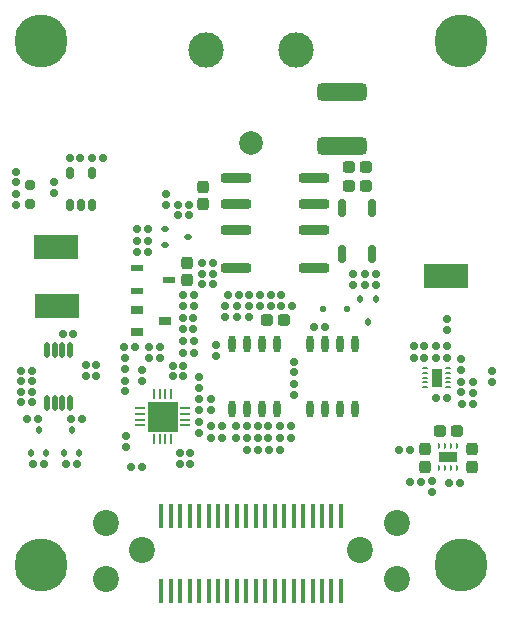
<source format=gts>
G04*
G04 #@! TF.GenerationSoftware,Altium Limited,Altium Designer,19.1.8 (144)*
G04*
G04 Layer_Color=8388736*
%FSLAX25Y25*%
%MOIN*%
G70*
G01*
G75*
G04:AMPARAMS|DCode=18|XSize=149.61mil|YSize=79.92mil|CornerRadius=4mil|HoleSize=0mil|Usage=FLASHONLY|Rotation=180.000|XOffset=0mil|YOffset=0mil|HoleType=Round|Shape=RoundedRectangle|*
%AMROUNDEDRECTD18*
21,1,0.14961,0.07193,0,0,180.0*
21,1,0.14161,0.07992,0,0,180.0*
1,1,0.00799,-0.07081,0.03597*
1,1,0.00799,0.07081,0.03597*
1,1,0.00799,0.07081,-0.03597*
1,1,0.00799,-0.07081,-0.03597*
%
%ADD18ROUNDEDRECTD18*%
G04:AMPARAMS|DCode=19|XSize=23.62mil|YSize=23.62mil|CornerRadius=5.91mil|HoleSize=0mil|Usage=FLASHONLY|Rotation=180.000|XOffset=0mil|YOffset=0mil|HoleType=Round|Shape=RoundedRectangle|*
%AMROUNDEDRECTD19*
21,1,0.02362,0.01181,0,0,180.0*
21,1,0.01181,0.02362,0,0,180.0*
1,1,0.01181,-0.00591,0.00591*
1,1,0.01181,0.00591,0.00591*
1,1,0.01181,0.00591,-0.00591*
1,1,0.01181,-0.00591,-0.00591*
%
%ADD19ROUNDEDRECTD19*%
G04:AMPARAMS|DCode=20|XSize=23.62mil|YSize=23.62mil|CornerRadius=5.91mil|HoleSize=0mil|Usage=FLASHONLY|Rotation=90.000|XOffset=0mil|YOffset=0mil|HoleType=Round|Shape=RoundedRectangle|*
%AMROUNDEDRECTD20*
21,1,0.02362,0.01181,0,0,90.0*
21,1,0.01181,0.02362,0,0,90.0*
1,1,0.01181,0.00591,0.00591*
1,1,0.01181,0.00591,-0.00591*
1,1,0.01181,-0.00591,-0.00591*
1,1,0.01181,-0.00591,0.00591*
%
%ADD20ROUNDEDRECTD20*%
G04:AMPARAMS|DCode=21|XSize=25.2mil|YSize=25.2mil|CornerRadius=6.3mil|HoleSize=0mil|Usage=FLASHONLY|Rotation=90.000|XOffset=0mil|YOffset=0mil|HoleType=Round|Shape=RoundedRectangle|*
%AMROUNDEDRECTD21*
21,1,0.02520,0.01260,0,0,90.0*
21,1,0.01260,0.02520,0,0,90.0*
1,1,0.01260,0.00630,0.00630*
1,1,0.01260,0.00630,-0.00630*
1,1,0.01260,-0.00630,-0.00630*
1,1,0.01260,-0.00630,0.00630*
%
%ADD21ROUNDEDRECTD21*%
G04:AMPARAMS|DCode=22|XSize=7.87mil|YSize=19.68mil|CornerRadius=1.97mil|HoleSize=0mil|Usage=FLASHONLY|Rotation=90.000|XOffset=0mil|YOffset=0mil|HoleType=Round|Shape=RoundedRectangle|*
%AMROUNDEDRECTD22*
21,1,0.00787,0.01575,0,0,90.0*
21,1,0.00394,0.01968,0,0,90.0*
1,1,0.00394,0.00787,0.00197*
1,1,0.00394,0.00787,-0.00197*
1,1,0.00394,-0.00787,-0.00197*
1,1,0.00394,-0.00787,0.00197*
%
%ADD22ROUNDEDRECTD22*%
G04:AMPARAMS|DCode=23|XSize=59.06mil|YSize=35.43mil|CornerRadius=1.77mil|HoleSize=0mil|Usage=FLASHONLY|Rotation=90.000|XOffset=0mil|YOffset=0mil|HoleType=Round|Shape=RoundedRectangle|*
%AMROUNDEDRECTD23*
21,1,0.05906,0.03189,0,0,90.0*
21,1,0.05551,0.03543,0,0,90.0*
1,1,0.00354,0.01595,0.02776*
1,1,0.00354,0.01595,-0.02776*
1,1,0.00354,-0.01595,-0.02776*
1,1,0.00354,-0.01595,0.02776*
%
%ADD23ROUNDEDRECTD23*%
G04:AMPARAMS|DCode=24|XSize=25.2mil|YSize=25.2mil|CornerRadius=6.3mil|HoleSize=0mil|Usage=FLASHONLY|Rotation=180.000|XOffset=0mil|YOffset=0mil|HoleType=Round|Shape=RoundedRectangle|*
%AMROUNDEDRECTD24*
21,1,0.02520,0.01260,0,0,180.0*
21,1,0.01260,0.02520,0,0,180.0*
1,1,0.01260,-0.00630,0.00630*
1,1,0.01260,0.00630,0.00630*
1,1,0.01260,0.00630,-0.00630*
1,1,0.01260,-0.00630,-0.00630*
%
%ADD24ROUNDEDRECTD24*%
G04:AMPARAMS|DCode=25|XSize=37.4mil|YSize=41.34mil|CornerRadius=9.35mil|HoleSize=0mil|Usage=FLASHONLY|Rotation=270.000|XOffset=0mil|YOffset=0mil|HoleType=Round|Shape=RoundedRectangle|*
%AMROUNDEDRECTD25*
21,1,0.03740,0.02264,0,0,270.0*
21,1,0.01870,0.04134,0,0,270.0*
1,1,0.01870,-0.01132,-0.00935*
1,1,0.01870,-0.01132,0.00935*
1,1,0.01870,0.01132,0.00935*
1,1,0.01870,0.01132,-0.00935*
%
%ADD25ROUNDEDRECTD25*%
G04:AMPARAMS|DCode=26|XSize=9.84mil|YSize=19.68mil|CornerRadius=2.46mil|HoleSize=0mil|Usage=FLASHONLY|Rotation=0.000|XOffset=0mil|YOffset=0mil|HoleType=Round|Shape=RoundedRectangle|*
%AMROUNDEDRECTD26*
21,1,0.00984,0.01476,0,0,0.0*
21,1,0.00492,0.01968,0,0,0.0*
1,1,0.00492,0.00246,-0.00738*
1,1,0.00492,-0.00246,-0.00738*
1,1,0.00492,-0.00246,0.00738*
1,1,0.00492,0.00246,0.00738*
%
%ADD26ROUNDEDRECTD26*%
G04:AMPARAMS|DCode=27|XSize=37.4mil|YSize=41.34mil|CornerRadius=9.35mil|HoleSize=0mil|Usage=FLASHONLY|Rotation=180.000|XOffset=0mil|YOffset=0mil|HoleType=Round|Shape=RoundedRectangle|*
%AMROUNDEDRECTD27*
21,1,0.03740,0.02264,0,0,180.0*
21,1,0.01870,0.04134,0,0,180.0*
1,1,0.01870,-0.00935,0.01132*
1,1,0.01870,0.00935,0.01132*
1,1,0.01870,0.00935,-0.01132*
1,1,0.01870,-0.00935,-0.01132*
%
%ADD27ROUNDEDRECTD27*%
%ADD28O,0.03347X0.00984*%
%ADD29O,0.00984X0.03347*%
%ADD30O,0.02362X0.05709*%
G04:AMPARAMS|DCode=31|XSize=31.5mil|YSize=31.5mil|CornerRadius=7.87mil|HoleSize=0mil|Usage=FLASHONLY|Rotation=90.000|XOffset=0mil|YOffset=0mil|HoleType=Round|Shape=RoundedRectangle|*
%AMROUNDEDRECTD31*
21,1,0.03150,0.01575,0,0,90.0*
21,1,0.01575,0.03150,0,0,90.0*
1,1,0.01575,0.00787,0.00787*
1,1,0.01575,0.00787,-0.00787*
1,1,0.01575,-0.00787,-0.00787*
1,1,0.01575,-0.00787,0.00787*
%
%ADD31ROUNDEDRECTD31*%
G04:AMPARAMS|DCode=32|XSize=23.62mil|YSize=39.37mil|CornerRadius=5.91mil|HoleSize=0mil|Usage=FLASHONLY|Rotation=180.000|XOffset=0mil|YOffset=0mil|HoleType=Round|Shape=RoundedRectangle|*
%AMROUNDEDRECTD32*
21,1,0.02362,0.02756,0,0,180.0*
21,1,0.01181,0.03937,0,0,180.0*
1,1,0.01181,-0.00591,0.01378*
1,1,0.01181,0.00591,0.01378*
1,1,0.01181,0.00591,-0.01378*
1,1,0.01181,-0.00591,-0.01378*
%
%ADD32ROUNDEDRECTD32*%
%ADD33O,0.01968X0.05315*%
G04:AMPARAMS|DCode=34|XSize=18.5mil|YSize=23.62mil|CornerRadius=4.63mil|HoleSize=0mil|Usage=FLASHONLY|Rotation=0.000|XOffset=0mil|YOffset=0mil|HoleType=Round|Shape=RoundedRectangle|*
%AMROUNDEDRECTD34*
21,1,0.01850,0.01437,0,0,0.0*
21,1,0.00925,0.02362,0,0,0.0*
1,1,0.00925,0.00463,-0.00719*
1,1,0.00925,-0.00463,-0.00719*
1,1,0.00925,-0.00463,0.00719*
1,1,0.00925,0.00463,0.00719*
%
%ADD34ROUNDEDRECTD34*%
%ADD35R,0.03937X0.02559*%
%ADD36R,0.03937X0.02362*%
G04:AMPARAMS|DCode=37|XSize=18.5mil|YSize=23.62mil|CornerRadius=4.63mil|HoleSize=0mil|Usage=FLASHONLY|Rotation=270.000|XOffset=0mil|YOffset=0mil|HoleType=Round|Shape=RoundedRectangle|*
%AMROUNDEDRECTD37*
21,1,0.01850,0.01437,0,0,270.0*
21,1,0.00925,0.02362,0,0,270.0*
1,1,0.00925,-0.00719,-0.00463*
1,1,0.00925,-0.00719,0.00463*
1,1,0.00925,0.00719,0.00463*
1,1,0.00925,0.00719,-0.00463*
%
%ADD37ROUNDEDRECTD37*%
G04:AMPARAMS|DCode=38|XSize=31.5mil|YSize=100.79mil|CornerRadius=7.87mil|HoleSize=0mil|Usage=FLASHONLY|Rotation=90.000|XOffset=0mil|YOffset=0mil|HoleType=Round|Shape=RoundedRectangle|*
%AMROUNDEDRECTD38*
21,1,0.03150,0.08504,0,0,90.0*
21,1,0.01575,0.10079,0,0,90.0*
1,1,0.01575,0.04252,0.00787*
1,1,0.01575,0.04252,-0.00787*
1,1,0.01575,-0.04252,-0.00787*
1,1,0.01575,-0.04252,0.00787*
%
%ADD38ROUNDEDRECTD38*%
G04:AMPARAMS|DCode=39|XSize=23.23mil|YSize=17.72mil|CornerRadius=4.43mil|HoleSize=0mil|Usage=FLASHONLY|Rotation=0.000|XOffset=0mil|YOffset=0mil|HoleType=Round|Shape=RoundedRectangle|*
%AMROUNDEDRECTD39*
21,1,0.02323,0.00886,0,0,0.0*
21,1,0.01437,0.01772,0,0,0.0*
1,1,0.00886,0.00719,-0.00443*
1,1,0.00886,-0.00719,-0.00443*
1,1,0.00886,-0.00719,0.00443*
1,1,0.00886,0.00719,0.00443*
%
%ADD39ROUNDEDRECTD39*%
G04:AMPARAMS|DCode=40|XSize=23.62mil|YSize=60.63mil|CornerRadius=5.91mil|HoleSize=0mil|Usage=FLASHONLY|Rotation=0.000|XOffset=0mil|YOffset=0mil|HoleType=Round|Shape=RoundedRectangle|*
%AMROUNDEDRECTD40*
21,1,0.02362,0.04882,0,0,0.0*
21,1,0.01181,0.06063,0,0,0.0*
1,1,0.01181,0.00591,-0.02441*
1,1,0.01181,-0.00591,-0.02441*
1,1,0.01181,-0.00591,0.02441*
1,1,0.01181,0.00591,0.02441*
%
%ADD40ROUNDEDRECTD40*%
G04:AMPARAMS|DCode=41|XSize=59.06mil|YSize=165.35mil|CornerRadius=14.76mil|HoleSize=0mil|Usage=FLASHONLY|Rotation=90.000|XOffset=0mil|YOffset=0mil|HoleType=Round|Shape=RoundedRectangle|*
%AMROUNDEDRECTD41*
21,1,0.05906,0.13583,0,0,90.0*
21,1,0.02953,0.16535,0,0,90.0*
1,1,0.02953,0.06791,0.01476*
1,1,0.02953,0.06791,-0.01476*
1,1,0.02953,-0.06791,-0.01476*
1,1,0.02953,-0.06791,0.01476*
%
%ADD41ROUNDEDRECTD41*%
G04:AMPARAMS|DCode=42|XSize=15.75mil|YSize=82.68mil|CornerRadius=3.94mil|HoleSize=0mil|Usage=FLASHONLY|Rotation=0.000|XOffset=0mil|YOffset=0mil|HoleType=Round|Shape=RoundedRectangle|*
%AMROUNDEDRECTD42*
21,1,0.01575,0.07480,0,0,0.0*
21,1,0.00787,0.08268,0,0,0.0*
1,1,0.00787,0.00394,-0.03740*
1,1,0.00787,-0.00394,-0.03740*
1,1,0.00787,-0.00394,0.03740*
1,1,0.00787,0.00394,0.03740*
%
%ADD42ROUNDEDRECTD42*%
G04:AMPARAMS|DCode=43|XSize=62.99mil|YSize=35.43mil|CornerRadius=1.77mil|HoleSize=0mil|Usage=FLASHONLY|Rotation=0.000|XOffset=0mil|YOffset=0mil|HoleType=Round|Shape=RoundedRectangle|*
%AMROUNDEDRECTD43*
21,1,0.06299,0.03189,0,0,0.0*
21,1,0.05945,0.03543,0,0,0.0*
1,1,0.00354,0.02972,-0.01595*
1,1,0.00354,-0.02972,-0.01595*
1,1,0.00354,-0.02972,0.01595*
1,1,0.00354,0.02972,0.01595*
%
%ADD43ROUNDEDRECTD43*%
G04:AMPARAMS|DCode=44|XSize=102.36mil|YSize=102.36mil|CornerRadius=2.56mil|HoleSize=0mil|Usage=FLASHONLY|Rotation=180.000|XOffset=0mil|YOffset=0mil|HoleType=Round|Shape=RoundedRectangle|*
%AMROUNDEDRECTD44*
21,1,0.10236,0.09724,0,0,180.0*
21,1,0.09724,0.10236,0,0,180.0*
1,1,0.00512,-0.04862,0.04862*
1,1,0.00512,0.04862,0.04862*
1,1,0.00512,0.04862,-0.04862*
1,1,0.00512,-0.04862,-0.04862*
%
%ADD44ROUNDEDRECTD44*%
%ADD45C,0.07874*%
%ADD46C,0.11811*%
%ADD47C,0.17717*%
%ADD48C,0.08661*%
D18*
X20079Y121260D02*
D03*
X150000Y111417D02*
D03*
X20472Y101575D02*
D03*
D19*
X150394Y97047D02*
D03*
Y93504D02*
D03*
X165354Y79724D02*
D03*
Y76181D02*
D03*
X155118Y76181D02*
D03*
Y72638D02*
D03*
X145276Y43110D02*
D03*
Y39567D02*
D03*
X67716Y62795D02*
D03*
Y59252D02*
D03*
X42913Y84055D02*
D03*
Y80512D02*
D03*
Y76575D02*
D03*
Y73032D02*
D03*
X48819Y80118D02*
D03*
Y76575D02*
D03*
X65748Y97441D02*
D03*
Y93898D02*
D03*
X62205Y93898D02*
D03*
Y97441D02*
D03*
X6693Y138779D02*
D03*
Y135236D02*
D03*
Y146260D02*
D03*
Y142717D02*
D03*
X33465Y78150D02*
D03*
Y81693D02*
D03*
X29921Y81693D02*
D03*
Y78150D02*
D03*
X56693Y138779D02*
D03*
Y135236D02*
D03*
X64173D02*
D03*
Y131693D02*
D03*
X60630Y131693D02*
D03*
Y135236D02*
D03*
X99213Y75394D02*
D03*
Y71850D02*
D03*
X118898Y108465D02*
D03*
Y112008D02*
D03*
D20*
X150197Y88189D02*
D03*
X146653D02*
D03*
X139173Y84252D02*
D03*
X142717D02*
D03*
X139173Y88189D02*
D03*
X142717D02*
D03*
X155315Y68898D02*
D03*
X158858D02*
D03*
X137992Y42913D02*
D03*
X141535D02*
D03*
X134449Y53543D02*
D03*
X137992D02*
D03*
X91535Y105118D02*
D03*
X95079D02*
D03*
X87992D02*
D03*
X84449D02*
D03*
X95079Y101575D02*
D03*
X98622D02*
D03*
X87992D02*
D03*
X91535D02*
D03*
X80905Y105118D02*
D03*
X77362D02*
D03*
X64764Y52362D02*
D03*
X61221D02*
D03*
X61221Y48819D02*
D03*
X64764D02*
D03*
X50984Y84252D02*
D03*
X54528D02*
D03*
X50984Y87795D02*
D03*
X54528D02*
D03*
X45079Y47638D02*
D03*
X48622D02*
D03*
X62402Y77953D02*
D03*
X58858D02*
D03*
X62402Y81496D02*
D03*
X58858D02*
D03*
X65945Y85827D02*
D03*
X62402D02*
D03*
X62402Y101575D02*
D03*
X65945D02*
D03*
X62402Y105118D02*
D03*
X65945D02*
D03*
X72244Y108661D02*
D03*
X68701D02*
D03*
X68701Y112205D02*
D03*
X72244D02*
D03*
X72244Y115748D02*
D03*
X68701D02*
D03*
X32087Y150787D02*
D03*
X35630D02*
D03*
X24606D02*
D03*
X28150D02*
D03*
X8465Y69291D02*
D03*
X12008D02*
D03*
X12008Y72835D02*
D03*
X8465D02*
D03*
X8465Y76378D02*
D03*
X12008D02*
D03*
X12008Y79921D02*
D03*
X8465D02*
D03*
X10433Y63779D02*
D03*
X13976D02*
D03*
X28543D02*
D03*
X25000D02*
D03*
X12402Y48819D02*
D03*
X15945D02*
D03*
X23425D02*
D03*
X26969D02*
D03*
X87205Y53543D02*
D03*
X83661D02*
D03*
X87205Y57480D02*
D03*
X90748D02*
D03*
X90748Y61417D02*
D03*
X87205D02*
D03*
X80118Y57480D02*
D03*
X83661D02*
D03*
X80118Y61417D02*
D03*
X83661D02*
D03*
X94685Y53543D02*
D03*
X91142D02*
D03*
X123031Y108268D02*
D03*
X126575D02*
D03*
X126575Y112205D02*
D03*
X123031D02*
D03*
D21*
X146614Y84252D02*
D03*
X150236D02*
D03*
X146614Y70866D02*
D03*
X150236D02*
D03*
X150945Y42520D02*
D03*
X154567D02*
D03*
X46299Y87795D02*
D03*
X42677D02*
D03*
X62362Y89764D02*
D03*
X65984D02*
D03*
X25827Y92126D02*
D03*
X22205D02*
D03*
X50630Y119291D02*
D03*
X47008D02*
D03*
X50630Y123228D02*
D03*
X47008D02*
D03*
X47008Y127165D02*
D03*
X50630D02*
D03*
X75433Y57480D02*
D03*
X71811D02*
D03*
X75433Y61417D02*
D03*
X71811D02*
D03*
X94646Y57480D02*
D03*
X98268D02*
D03*
X94646Y61417D02*
D03*
X98268D02*
D03*
X109685Y94488D02*
D03*
X106063D02*
D03*
D22*
X143110Y80709D02*
D03*
Y79134D02*
D03*
Y77559D02*
D03*
Y75984D02*
D03*
Y74410D02*
D03*
X150591Y80709D02*
D03*
Y79134D02*
D03*
Y77559D02*
D03*
Y75984D02*
D03*
Y74410D02*
D03*
D23*
X146850Y77559D02*
D03*
D24*
X159055Y72598D02*
D03*
Y76221D02*
D03*
X155118Y83701D02*
D03*
Y80079D02*
D03*
X71653Y70315D02*
D03*
Y66693D02*
D03*
X67716Y70315D02*
D03*
Y66693D02*
D03*
X84252Y97795D02*
D03*
Y101417D02*
D03*
X80315Y97795D02*
D03*
Y101417D02*
D03*
X76378Y97795D02*
D03*
Y101417D02*
D03*
X43307Y54488D02*
D03*
Y58110D02*
D03*
X67716Y74173D02*
D03*
Y77795D02*
D03*
X73228Y84803D02*
D03*
Y88425D02*
D03*
X19291Y139134D02*
D03*
Y142756D02*
D03*
X99213Y79291D02*
D03*
Y82913D02*
D03*
D25*
X153642Y59842D02*
D03*
X147933D02*
D03*
X90453Y96850D02*
D03*
X96161D02*
D03*
X117618Y141339D02*
D03*
X123327D02*
D03*
X117618Y147638D02*
D03*
X123327D02*
D03*
D26*
X153740Y54921D02*
D03*
X151772D02*
D03*
X149803D02*
D03*
X147835D02*
D03*
X153740Y47441D02*
D03*
X151772D02*
D03*
X149803D02*
D03*
X147835D02*
D03*
D27*
X142913Y47933D02*
D03*
Y53642D02*
D03*
X158661Y47933D02*
D03*
Y53642D02*
D03*
X63779Y110138D02*
D03*
Y115847D02*
D03*
X68898Y135335D02*
D03*
Y141043D02*
D03*
D28*
X63090Y61614D02*
D03*
Y63583D02*
D03*
Y65551D02*
D03*
Y67520D02*
D03*
X47933D02*
D03*
Y65551D02*
D03*
Y63583D02*
D03*
Y61614D02*
D03*
D29*
X58465Y72146D02*
D03*
X56496D02*
D03*
X54528D02*
D03*
X52559D02*
D03*
Y56988D02*
D03*
X54528D02*
D03*
X56496D02*
D03*
X58465D02*
D03*
D30*
X93721Y88681D02*
D03*
X88721D02*
D03*
X83720D02*
D03*
X78720D02*
D03*
X93721Y67224D02*
D03*
X88721D02*
D03*
X83720D02*
D03*
X78720D02*
D03*
X119705Y88681D02*
D03*
X114705D02*
D03*
X109705D02*
D03*
X104705D02*
D03*
X119705Y67224D02*
D03*
X114705D02*
D03*
X109705D02*
D03*
X104705D02*
D03*
D31*
X11417Y141831D02*
D03*
Y135335D02*
D03*
D32*
X24606Y145866D02*
D03*
X32087D02*
D03*
Y135236D02*
D03*
X28346D02*
D03*
X24606D02*
D03*
D33*
X17028Y69193D02*
D03*
X19587D02*
D03*
X22146D02*
D03*
X24705D02*
D03*
X17028Y86713D02*
D03*
X19587D02*
D03*
X22146D02*
D03*
X24705D02*
D03*
D34*
X16732Y52559D02*
D03*
X11614D02*
D03*
X14173Y60039D02*
D03*
X27756Y52559D02*
D03*
X22638D02*
D03*
X25197Y60039D02*
D03*
X121457Y103740D02*
D03*
X126575D02*
D03*
X124016Y96260D02*
D03*
D35*
X46850Y100197D02*
D03*
Y92716D02*
D03*
X56299Y96457D02*
D03*
D36*
X57677Y110236D02*
D03*
X47047Y106496D02*
D03*
Y113976D02*
D03*
D37*
X56496Y121850D02*
D03*
Y126969D02*
D03*
X63976Y124409D02*
D03*
D38*
X105984Y144095D02*
D03*
X79843D02*
D03*
Y135433D02*
D03*
X105984D02*
D03*
X79843Y114173D02*
D03*
X105984D02*
D03*
Y126772D02*
D03*
X79843D02*
D03*
D39*
X117146Y100394D02*
D03*
X108839D02*
D03*
D40*
X115472Y118799D02*
D03*
X125472D02*
D03*
Y133957D02*
D03*
X115472D02*
D03*
D41*
X115354Y154921D02*
D03*
Y172638D02*
D03*
D42*
X111811Y6496D02*
D03*
X114961D02*
D03*
X108661D02*
D03*
X105512D02*
D03*
X102362D02*
D03*
X86614D02*
D03*
X89764D02*
D03*
X92913D02*
D03*
X99213D02*
D03*
X96063D02*
D03*
X64567D02*
D03*
X67716D02*
D03*
X61417D02*
D03*
X58268D02*
D03*
X55118D02*
D03*
X70866D02*
D03*
X74016D02*
D03*
X77165D02*
D03*
X83465D02*
D03*
X80315D02*
D03*
Y31299D02*
D03*
X83465D02*
D03*
X77165D02*
D03*
X74016D02*
D03*
X70866D02*
D03*
X55118D02*
D03*
X58268D02*
D03*
X61417D02*
D03*
X67716D02*
D03*
X64567D02*
D03*
X96063D02*
D03*
X99213D02*
D03*
X92913D02*
D03*
X89764D02*
D03*
X86614D02*
D03*
X102362D02*
D03*
X105512D02*
D03*
X108661D02*
D03*
X114961D02*
D03*
X111811D02*
D03*
D43*
X150787Y51181D02*
D03*
D44*
X55512Y64567D02*
D03*
D45*
X85039Y155905D02*
D03*
D46*
X70079Y186614D02*
D03*
X100000D02*
D03*
D47*
X155118Y189764D02*
D03*
X14961D02*
D03*
X155118Y14961D02*
D03*
X14961D02*
D03*
D48*
X36516Y10433D02*
D03*
Y29134D02*
D03*
X133563D02*
D03*
X121260Y20079D02*
D03*
X48819D02*
D03*
X133563Y10433D02*
D03*
M02*

</source>
